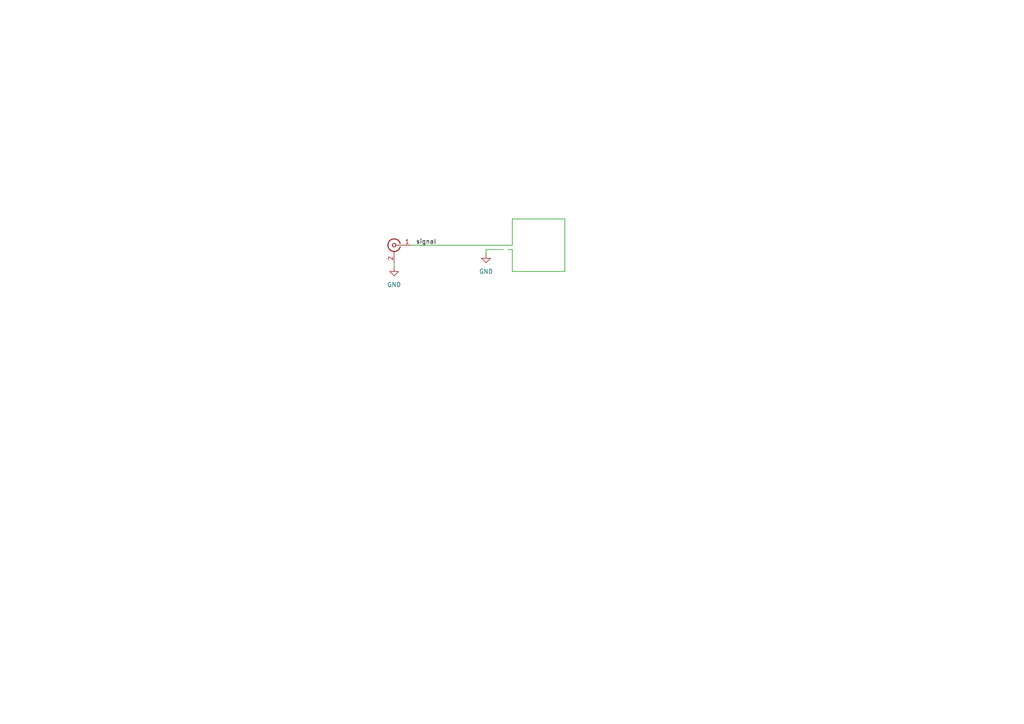
<source format=kicad_sch>
(kicad_sch (version 20211123) (generator eeschema)
  (paper "A4")
  (lib_symbols
    (symbol "Connector:Conn_Coaxial" (pin_names (offset 1.016) hide)
      (property "Reference" "J" (at 0.254 3.048 0))
      (property "Value" "Conn_Coaxial" (at 2.921 0 90))
      (symbol "Conn_Coaxial_0_1"
        (arc (start -1.778 -0.508) (mid 0.222 -1.808) (end 1.778 0) (stroke (width 0.254)))
        (polyline (pts (xy -2.54 0) (xy -0.508 0)))
        (polyline (pts (xy 0 -2.54) (xy 0 -1.778)))
        (circle (center 0 0) (radius 0.508) (stroke (width 0.2032)))
        (arc (start 1.778 0) (mid 0.2221 1.8083) (end -1.778 0.508) (stroke (width 0.254)))
      )
      (symbol "Conn_Coaxial_1_1"
        (pin passive line (at -5.08 0 0) (length 2.54) (name "In") (number "1"))
        (pin passive line (at 0 -5.08 90) (length 2.54) (name "Ext") (number "2"))
      )
    )
    (symbol "power:GND" (power) (pin_names (offset 0))
      (property "Value" "GND" (at 0 -3.81 0))
      (symbol "GND_0_1"
        (polyline (pts (xy 0 0) (xy 0 -1.27) (xy 1.27 -1.27) (xy 0 -2.54) (xy -1.27 -1.27) (xy 0 -1.27)))
      )
      (symbol "GND_1_1"
        (pin power_in line (at 0 0 270) (length 0) hide (name "GND") (number "1"))
      )
    )
  )
  (wire (pts (xy 148.59 63.5) (xy 148.59 71.12)))
  (wire (pts (xy 148.59 63.5) (xy 163.83 63.5)))
  (wire (pts (xy 163.83 78.74) (xy 148.59 78.74)))
  (wire (pts (xy 147.32 72.39) (xy 148.59 72.39)))
  (wire (pts (xy 163.83 63.5) (xy 163.83 78.74)))
  (wire (pts (xy 140.97 73.66) (xy 140.97 72.39)))
  (wire (pts (xy 140.97 72.39) (xy 146.05 72.39)))
  (wire (pts (xy 114.3 76.2) (xy 114.3 77.47)))
  (wire (pts (xy 148.59 78.74) (xy 148.59 72.39)))
  (wire (pts (xy 119.38 71.12) (xy 148.59 71.12)))
  (label "signal" (at 120.65 71.12 0))
  (symbol (lib_id "Connector:Conn_Coaxial") (at 114.3 71.12 0) (mirror y) (unit 1)
    (property "Reference" "J1" (effects hide))
    (property "Value" "Conn_Coaxial" (effects hide))
    (property "Footprint" "Connector_Coaxial:SMA_Amphenol_132289_EdgeMount" (effects hide))
    (property "Datasheet" " ~" (effects hide))
  )
  (symbol (lib_id "power:GND") (at 140.97 73.66 0) (unit 1)
    (property "Reference" "#PWR0101" (effects hide))
    (property "Value" "GND" (at 140.97 78.74 0))
  )
  (symbol (lib_id "power:GND") (at 114.3 77.47 0) (unit 1)
    (property "Reference" "#PWR0102" (effects hide))
    (property "Value" "GND" (at 114.3 82.55 0))
  )
)
</source>
